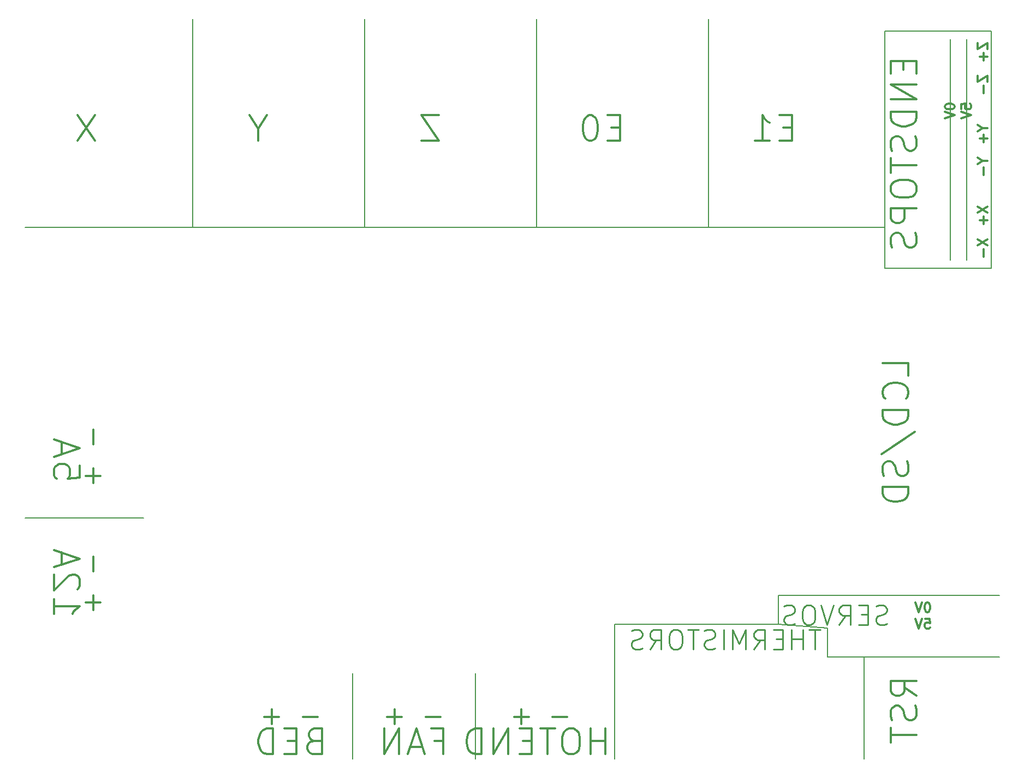
<source format=gbr>
G04 #@! TF.GenerationSoftware,KiCad,Pcbnew,(5.0.2)-1*
G04 #@! TF.CreationDate,2019-02-04T13:01:01-08:00*
G04 #@! TF.ProjectId,samsamps,73616d73-616d-4707-932e-6b696361645f,rev?*
G04 #@! TF.SameCoordinates,Original*
G04 #@! TF.FileFunction,Legend,Bot*
G04 #@! TF.FilePolarity,Positive*
%FSLAX46Y46*%
G04 Gerber Fmt 4.6, Leading zero omitted, Abs format (unit mm)*
G04 Created by KiCad (PCBNEW (5.0.2)-1) date 2/4/2019 1:01:01 PM*
%MOMM*%
%LPD*%
G01*
G04 APERTURE LIST*
%ADD10C,0.300000*%
%ADD11C,0.150000*%
%ADD12C,0.250000*%
G04 APERTURE END LIST*
D10*
X214534523Y-87123095D02*
X214534523Y-85218333D01*
X210534523Y-85218333D01*
X214153571Y-90742142D02*
X214344047Y-90551666D01*
X214534523Y-89980238D01*
X214534523Y-89599285D01*
X214344047Y-89027857D01*
X213963095Y-88646904D01*
X213582142Y-88456428D01*
X212820238Y-88265952D01*
X212248809Y-88265952D01*
X211486904Y-88456428D01*
X211105952Y-88646904D01*
X210725000Y-89027857D01*
X210534523Y-89599285D01*
X210534523Y-89980238D01*
X210725000Y-90551666D01*
X210915476Y-90742142D01*
X214534523Y-92456428D02*
X210534523Y-92456428D01*
X210534523Y-93408809D01*
X210725000Y-93980238D01*
X211105952Y-94361190D01*
X211486904Y-94551666D01*
X212248809Y-94742142D01*
X212820238Y-94742142D01*
X213582142Y-94551666D01*
X213963095Y-94361190D01*
X214344047Y-93980238D01*
X214534523Y-93408809D01*
X214534523Y-92456428D01*
X210344047Y-99313571D02*
X215486904Y-95885000D01*
X214344047Y-100456428D02*
X214534523Y-101027857D01*
X214534523Y-101980238D01*
X214344047Y-102361190D01*
X214153571Y-102551666D01*
X213772619Y-102742142D01*
X213391666Y-102742142D01*
X213010714Y-102551666D01*
X212820238Y-102361190D01*
X212629761Y-101980238D01*
X212439285Y-101218333D01*
X212248809Y-100837380D01*
X212058333Y-100646904D01*
X211677380Y-100456428D01*
X211296428Y-100456428D01*
X210915476Y-100646904D01*
X210725000Y-100837380D01*
X210534523Y-101218333D01*
X210534523Y-102170714D01*
X210725000Y-102742142D01*
X214534523Y-104456428D02*
X210534523Y-104456428D01*
X210534523Y-105408809D01*
X210725000Y-105980238D01*
X211105952Y-106361190D01*
X211486904Y-106551666D01*
X212248809Y-106742142D01*
X212820238Y-106742142D01*
X213582142Y-106551666D01*
X213963095Y-106361190D01*
X214344047Y-105980238D01*
X214534523Y-105408809D01*
X214534523Y-104456428D01*
D11*
X103505000Y-31750000D02*
X103505000Y-64135000D01*
X130175000Y-31750000D02*
X130175000Y-64135000D01*
X156845000Y-31750000D02*
X156845000Y-64135000D01*
X183515000Y-64135000D02*
X183515000Y-31750000D01*
X77470000Y-64135000D02*
X210820000Y-64135000D01*
D10*
X196436904Y-48609285D02*
X195103571Y-48609285D01*
X194532142Y-50704523D02*
X196436904Y-50704523D01*
X196436904Y-46704523D01*
X194532142Y-46704523D01*
X190722619Y-50704523D02*
X193008333Y-50704523D01*
X191865476Y-50704523D02*
X191865476Y-46704523D01*
X192246428Y-47275952D01*
X192627380Y-47656904D01*
X193008333Y-47847380D01*
X169766904Y-48609285D02*
X168433571Y-48609285D01*
X167862142Y-50704523D02*
X169766904Y-50704523D01*
X169766904Y-46704523D01*
X167862142Y-46704523D01*
X165385952Y-46704523D02*
X165005000Y-46704523D01*
X164624047Y-46895000D01*
X164433571Y-47085476D01*
X164243095Y-47466428D01*
X164052619Y-48228333D01*
X164052619Y-49180714D01*
X164243095Y-49942619D01*
X164433571Y-50323571D01*
X164624047Y-50514047D01*
X165005000Y-50704523D01*
X165385952Y-50704523D01*
X165766904Y-50514047D01*
X165957380Y-50323571D01*
X166147857Y-49942619D01*
X166338333Y-49180714D01*
X166338333Y-48228333D01*
X166147857Y-47466428D01*
X165957380Y-47085476D01*
X165766904Y-46895000D01*
X165385952Y-46704523D01*
X141668333Y-46704523D02*
X139001666Y-46704523D01*
X141668333Y-50704523D01*
X139001666Y-50704523D01*
X113665000Y-48799761D02*
X113665000Y-50704523D01*
X114998333Y-46704523D02*
X113665000Y-48799761D01*
X112331666Y-46704523D01*
X88328333Y-46704523D02*
X85661666Y-50704523D01*
X85661666Y-46704523D02*
X88328333Y-50704523D01*
D11*
X95885000Y-109220000D02*
X77470000Y-109220000D01*
X147320000Y-146685000D02*
X147320000Y-133350000D01*
X128270000Y-146685000D02*
X128270000Y-133350000D01*
D10*
X215804523Y-136874523D02*
X213899761Y-135541190D01*
X215804523Y-134588809D02*
X211804523Y-134588809D01*
X211804523Y-136112619D01*
X211995000Y-136493571D01*
X212185476Y-136684047D01*
X212566428Y-136874523D01*
X213137857Y-136874523D01*
X213518809Y-136684047D01*
X213709285Y-136493571D01*
X213899761Y-136112619D01*
X213899761Y-134588809D01*
X215614047Y-138398333D02*
X215804523Y-138969761D01*
X215804523Y-139922142D01*
X215614047Y-140303095D01*
X215423571Y-140493571D01*
X215042619Y-140684047D01*
X214661666Y-140684047D01*
X214280714Y-140493571D01*
X214090238Y-140303095D01*
X213899761Y-139922142D01*
X213709285Y-139160238D01*
X213518809Y-138779285D01*
X213328333Y-138588809D01*
X212947380Y-138398333D01*
X212566428Y-138398333D01*
X212185476Y-138588809D01*
X211995000Y-138779285D01*
X211804523Y-139160238D01*
X211804523Y-140112619D01*
X211995000Y-140684047D01*
X211804523Y-141826904D02*
X211804523Y-144112619D01*
X215804523Y-142969761D02*
X211804523Y-142969761D01*
D11*
X194310000Y-125730000D02*
X168910000Y-125730000D01*
D10*
X217102857Y-124908571D02*
X217817142Y-124908571D01*
X217888571Y-125622857D01*
X217817142Y-125551428D01*
X217674285Y-125480000D01*
X217317142Y-125480000D01*
X217174285Y-125551428D01*
X217102857Y-125622857D01*
X217031428Y-125765714D01*
X217031428Y-126122857D01*
X217102857Y-126265714D01*
X217174285Y-126337142D01*
X217317142Y-126408571D01*
X217674285Y-126408571D01*
X217817142Y-126337142D01*
X217888571Y-126265714D01*
X216602857Y-124908571D02*
X216102857Y-126408571D01*
X215602857Y-124908571D01*
X217531428Y-122368571D02*
X217388571Y-122368571D01*
X217245714Y-122440000D01*
X217174285Y-122511428D01*
X217102857Y-122654285D01*
X217031428Y-122940000D01*
X217031428Y-123297142D01*
X217102857Y-123582857D01*
X217174285Y-123725714D01*
X217245714Y-123797142D01*
X217388571Y-123868571D01*
X217531428Y-123868571D01*
X217674285Y-123797142D01*
X217745714Y-123725714D01*
X217817142Y-123582857D01*
X217888571Y-123297142D01*
X217888571Y-122940000D01*
X217817142Y-122654285D01*
X217745714Y-122511428D01*
X217674285Y-122440000D01*
X217531428Y-122368571D01*
X216602857Y-122368571D02*
X216102857Y-123868571D01*
X215602857Y-122368571D01*
D11*
X194310000Y-121285000D02*
X228600000Y-121285000D01*
X194310000Y-125730000D02*
X194310000Y-121285000D01*
D12*
X211200000Y-125674285D02*
X210771428Y-125817142D01*
X210057142Y-125817142D01*
X209771428Y-125674285D01*
X209628571Y-125531428D01*
X209485714Y-125245714D01*
X209485714Y-124960000D01*
X209628571Y-124674285D01*
X209771428Y-124531428D01*
X210057142Y-124388571D01*
X210628571Y-124245714D01*
X210914285Y-124102857D01*
X211057142Y-123960000D01*
X211200000Y-123674285D01*
X211200000Y-123388571D01*
X211057142Y-123102857D01*
X210914285Y-122960000D01*
X210628571Y-122817142D01*
X209914285Y-122817142D01*
X209485714Y-122960000D01*
X208200000Y-124245714D02*
X207200000Y-124245714D01*
X206771428Y-125817142D02*
X208200000Y-125817142D01*
X208200000Y-122817142D01*
X206771428Y-122817142D01*
X203771428Y-125817142D02*
X204771428Y-124388571D01*
X205485714Y-125817142D02*
X205485714Y-122817142D01*
X204342857Y-122817142D01*
X204057142Y-122960000D01*
X203914285Y-123102857D01*
X203771428Y-123388571D01*
X203771428Y-123817142D01*
X203914285Y-124102857D01*
X204057142Y-124245714D01*
X204342857Y-124388571D01*
X205485714Y-124388571D01*
X202914285Y-122817142D02*
X201914285Y-125817142D01*
X200914285Y-122817142D01*
X199342857Y-122817142D02*
X198771428Y-122817142D01*
X198485714Y-122960000D01*
X198200000Y-123245714D01*
X198057142Y-123817142D01*
X198057142Y-124817142D01*
X198200000Y-125388571D01*
X198485714Y-125674285D01*
X198771428Y-125817142D01*
X199342857Y-125817142D01*
X199628571Y-125674285D01*
X199914285Y-125388571D01*
X200057142Y-124817142D01*
X200057142Y-123817142D01*
X199914285Y-123245714D01*
X199628571Y-122960000D01*
X199342857Y-122817142D01*
X196914285Y-125674285D02*
X196485714Y-125817142D01*
X195771428Y-125817142D01*
X195485714Y-125674285D01*
X195342857Y-125531428D01*
X195200000Y-125245714D01*
X195200000Y-124960000D01*
X195342857Y-124674285D01*
X195485714Y-124531428D01*
X195771428Y-124388571D01*
X196342857Y-124245714D01*
X196628571Y-124102857D01*
X196771428Y-123960000D01*
X196914285Y-123674285D01*
X196914285Y-123388571D01*
X196771428Y-123102857D01*
X196628571Y-122960000D01*
X196342857Y-122817142D01*
X195628571Y-122817142D01*
X195200000Y-122960000D01*
D11*
X201930000Y-130810000D02*
X201930000Y-126365000D01*
X207645000Y-130810000D02*
X201930000Y-130810000D01*
X207645000Y-130810000D02*
X228600000Y-130810000D01*
X207645000Y-130810000D02*
X207645000Y-146685000D01*
X194310000Y-125730000D02*
X201930000Y-126365000D01*
X168910000Y-146685000D02*
X168910000Y-125730000D01*
D12*
X200840714Y-126627142D02*
X199126428Y-126627142D01*
X199983571Y-129627142D02*
X199983571Y-126627142D01*
X198126428Y-129627142D02*
X198126428Y-126627142D01*
X198126428Y-128055714D02*
X196412142Y-128055714D01*
X196412142Y-129627142D02*
X196412142Y-126627142D01*
X194983571Y-128055714D02*
X193983571Y-128055714D01*
X193555000Y-129627142D02*
X194983571Y-129627142D01*
X194983571Y-126627142D01*
X193555000Y-126627142D01*
X190555000Y-129627142D02*
X191555000Y-128198571D01*
X192269285Y-129627142D02*
X192269285Y-126627142D01*
X191126428Y-126627142D01*
X190840714Y-126770000D01*
X190697857Y-126912857D01*
X190555000Y-127198571D01*
X190555000Y-127627142D01*
X190697857Y-127912857D01*
X190840714Y-128055714D01*
X191126428Y-128198571D01*
X192269285Y-128198571D01*
X189269285Y-129627142D02*
X189269285Y-126627142D01*
X188269285Y-128770000D01*
X187269285Y-126627142D01*
X187269285Y-129627142D01*
X185840714Y-129627142D02*
X185840714Y-126627142D01*
X184555000Y-129484285D02*
X184126428Y-129627142D01*
X183412142Y-129627142D01*
X183126428Y-129484285D01*
X182983571Y-129341428D01*
X182840714Y-129055714D01*
X182840714Y-128770000D01*
X182983571Y-128484285D01*
X183126428Y-128341428D01*
X183412142Y-128198571D01*
X183983571Y-128055714D01*
X184269285Y-127912857D01*
X184412142Y-127770000D01*
X184555000Y-127484285D01*
X184555000Y-127198571D01*
X184412142Y-126912857D01*
X184269285Y-126770000D01*
X183983571Y-126627142D01*
X183269285Y-126627142D01*
X182840714Y-126770000D01*
X181983571Y-126627142D02*
X180269285Y-126627142D01*
X181126428Y-129627142D02*
X181126428Y-126627142D01*
X178697857Y-126627142D02*
X178126428Y-126627142D01*
X177840714Y-126770000D01*
X177555000Y-127055714D01*
X177412142Y-127627142D01*
X177412142Y-128627142D01*
X177555000Y-129198571D01*
X177840714Y-129484285D01*
X178126428Y-129627142D01*
X178697857Y-129627142D01*
X178983571Y-129484285D01*
X179269285Y-129198571D01*
X179412142Y-128627142D01*
X179412142Y-127627142D01*
X179269285Y-127055714D01*
X178983571Y-126770000D01*
X178697857Y-126627142D01*
X174412142Y-129627142D02*
X175412142Y-128198571D01*
X176126428Y-129627142D02*
X176126428Y-126627142D01*
X174983571Y-126627142D01*
X174697857Y-126770000D01*
X174555000Y-126912857D01*
X174412142Y-127198571D01*
X174412142Y-127627142D01*
X174555000Y-127912857D01*
X174697857Y-128055714D01*
X174983571Y-128198571D01*
X176126428Y-128198571D01*
X173269285Y-129484285D02*
X172840714Y-129627142D01*
X172126428Y-129627142D01*
X171840714Y-129484285D01*
X171697857Y-129341428D01*
X171555000Y-129055714D01*
X171555000Y-128770000D01*
X171697857Y-128484285D01*
X171840714Y-128341428D01*
X172126428Y-128198571D01*
X172697857Y-128055714D01*
X172983571Y-127912857D01*
X173126428Y-127770000D01*
X173269285Y-127484285D01*
X173269285Y-127198571D01*
X173126428Y-126912857D01*
X172983571Y-126770000D01*
X172697857Y-126627142D01*
X171983571Y-126627142D01*
X171555000Y-126770000D01*
D10*
X153337142Y-140120714D02*
X155622857Y-140120714D01*
X154480000Y-138977857D02*
X154480000Y-141263571D01*
X159337142Y-140120714D02*
X161622857Y-140120714D01*
X133652142Y-140120714D02*
X135937857Y-140120714D01*
X134795000Y-138977857D02*
X134795000Y-141263571D01*
X139652142Y-140120714D02*
X141937857Y-140120714D01*
X114602142Y-140120714D02*
X116887857Y-140120714D01*
X115745000Y-138977857D02*
X115745000Y-141263571D01*
X120602142Y-140120714D02*
X122887857Y-140120714D01*
X167511666Y-145954523D02*
X167511666Y-141954523D01*
X167511666Y-143859285D02*
X165225952Y-143859285D01*
X165225952Y-145954523D02*
X165225952Y-141954523D01*
X162559285Y-141954523D02*
X161797380Y-141954523D01*
X161416428Y-142145000D01*
X161035476Y-142525952D01*
X160845000Y-143287857D01*
X160845000Y-144621190D01*
X161035476Y-145383095D01*
X161416428Y-145764047D01*
X161797380Y-145954523D01*
X162559285Y-145954523D01*
X162940238Y-145764047D01*
X163321190Y-145383095D01*
X163511666Y-144621190D01*
X163511666Y-143287857D01*
X163321190Y-142525952D01*
X162940238Y-142145000D01*
X162559285Y-141954523D01*
X159702142Y-141954523D02*
X157416428Y-141954523D01*
X158559285Y-145954523D02*
X158559285Y-141954523D01*
X156083095Y-143859285D02*
X154749761Y-143859285D01*
X154178333Y-145954523D02*
X156083095Y-145954523D01*
X156083095Y-141954523D01*
X154178333Y-141954523D01*
X152464047Y-145954523D02*
X152464047Y-141954523D01*
X150178333Y-145954523D01*
X150178333Y-141954523D01*
X148273571Y-145954523D02*
X148273571Y-141954523D01*
X147321190Y-141954523D01*
X146749761Y-142145000D01*
X146368809Y-142525952D01*
X146178333Y-142906904D01*
X145987857Y-143668809D01*
X145987857Y-144240238D01*
X146178333Y-145002142D01*
X146368809Y-145383095D01*
X146749761Y-145764047D01*
X147321190Y-145954523D01*
X148273571Y-145954523D01*
X141033095Y-143859285D02*
X142366428Y-143859285D01*
X142366428Y-145954523D02*
X142366428Y-141954523D01*
X140461666Y-141954523D01*
X139128333Y-144811666D02*
X137223571Y-144811666D01*
X139509285Y-145954523D02*
X138175952Y-141954523D01*
X136842619Y-145954523D01*
X135509285Y-145954523D02*
X135509285Y-141954523D01*
X133223571Y-145954523D01*
X133223571Y-141954523D01*
X122268809Y-143859285D02*
X121697380Y-144049761D01*
X121506904Y-144240238D01*
X121316428Y-144621190D01*
X121316428Y-145192619D01*
X121506904Y-145573571D01*
X121697380Y-145764047D01*
X122078333Y-145954523D01*
X123602142Y-145954523D01*
X123602142Y-141954523D01*
X122268809Y-141954523D01*
X121887857Y-142145000D01*
X121697380Y-142335476D01*
X121506904Y-142716428D01*
X121506904Y-143097380D01*
X121697380Y-143478333D01*
X121887857Y-143668809D01*
X122268809Y-143859285D01*
X123602142Y-143859285D01*
X119602142Y-143859285D02*
X118268809Y-143859285D01*
X117697380Y-145954523D02*
X119602142Y-145954523D01*
X119602142Y-141954523D01*
X117697380Y-141954523D01*
X115983095Y-145954523D02*
X115983095Y-141954523D01*
X115030714Y-141954523D01*
X114459285Y-142145000D01*
X114078333Y-142525952D01*
X113887857Y-142906904D01*
X113697380Y-143668809D01*
X113697380Y-144240238D01*
X113887857Y-145002142D01*
X114078333Y-145383095D01*
X114459285Y-145764047D01*
X115030714Y-145954523D01*
X115983095Y-145954523D01*
X88050714Y-123522857D02*
X88050714Y-121237142D01*
X86907857Y-122380000D02*
X89193571Y-122380000D01*
X88050714Y-117522857D02*
X88050714Y-115237142D01*
X82010476Y-121856190D02*
X82010476Y-124141904D01*
X82010476Y-122999047D02*
X86010476Y-122999047D01*
X85439047Y-123380000D01*
X85058095Y-123760952D01*
X84867619Y-124141904D01*
X85629523Y-120332380D02*
X85820000Y-120141904D01*
X86010476Y-119760952D01*
X86010476Y-118808571D01*
X85820000Y-118427619D01*
X85629523Y-118237142D01*
X85248571Y-118046666D01*
X84867619Y-118046666D01*
X84296190Y-118237142D01*
X82010476Y-120522857D01*
X82010476Y-118046666D01*
X83153333Y-116522857D02*
X83153333Y-114618095D01*
X82010476Y-116903809D02*
X86010476Y-115570476D01*
X82010476Y-114237142D01*
X88050714Y-103837857D02*
X88050714Y-101552142D01*
X86907857Y-102695000D02*
X89193571Y-102695000D01*
X88050714Y-97837857D02*
X88050714Y-95552142D01*
X86010476Y-101091904D02*
X86010476Y-102996666D01*
X84105714Y-103187142D01*
X84296190Y-102996666D01*
X84486666Y-102615714D01*
X84486666Y-101663333D01*
X84296190Y-101282380D01*
X84105714Y-101091904D01*
X83724761Y-100901428D01*
X82772380Y-100901428D01*
X82391428Y-101091904D01*
X82200952Y-101282380D01*
X82010476Y-101663333D01*
X82010476Y-102615714D01*
X82200952Y-102996666D01*
X82391428Y-103187142D01*
X83153333Y-99377619D02*
X83153333Y-97472857D01*
X82010476Y-99758571D02*
X86010476Y-98425238D01*
X82010476Y-97091904D01*
D11*
X220980000Y-34925000D02*
X220980000Y-69215000D01*
X223520000Y-34925000D02*
X223520000Y-69215000D01*
D10*
X222698571Y-45716428D02*
X222698571Y-45002142D01*
X223412857Y-44930714D01*
X223341428Y-45002142D01*
X223270000Y-45145000D01*
X223270000Y-45502142D01*
X223341428Y-45645000D01*
X223412857Y-45716428D01*
X223555714Y-45787857D01*
X223912857Y-45787857D01*
X224055714Y-45716428D01*
X224127142Y-45645000D01*
X224198571Y-45502142D01*
X224198571Y-45145000D01*
X224127142Y-45002142D01*
X224055714Y-44930714D01*
X222698571Y-46216428D02*
X224198571Y-46716428D01*
X222698571Y-47216428D01*
X220158571Y-45287857D02*
X220158571Y-45430714D01*
X220230000Y-45573571D01*
X220301428Y-45645000D01*
X220444285Y-45716428D01*
X220730000Y-45787857D01*
X221087142Y-45787857D01*
X221372857Y-45716428D01*
X221515714Y-45645000D01*
X221587142Y-45573571D01*
X221658571Y-45430714D01*
X221658571Y-45287857D01*
X221587142Y-45145000D01*
X221515714Y-45073571D01*
X221372857Y-45002142D01*
X221087142Y-44930714D01*
X220730000Y-44930714D01*
X220444285Y-45002142D01*
X220301428Y-45073571D01*
X220230000Y-45145000D01*
X220158571Y-45287857D01*
X220158571Y-46216428D02*
X221658571Y-46716428D01*
X220158571Y-47216428D01*
X225238571Y-35468571D02*
X225238571Y-36468571D01*
X226738571Y-35468571D01*
X226738571Y-36468571D01*
X226167142Y-37040000D02*
X226167142Y-38182857D01*
X226738571Y-37611428D02*
X225595714Y-37611428D01*
X225238571Y-40548571D02*
X225238571Y-41548571D01*
X226738571Y-40548571D01*
X226738571Y-41548571D01*
X226167142Y-42120000D02*
X226167142Y-43262857D01*
X226024285Y-48740000D02*
X226738571Y-48740000D01*
X225238571Y-48240000D02*
X226024285Y-48740000D01*
X225238571Y-49240000D01*
X226167142Y-49740000D02*
X226167142Y-50882857D01*
X226738571Y-50311428D02*
X225595714Y-50311428D01*
X226024285Y-53820000D02*
X226738571Y-53820000D01*
X225238571Y-53320000D02*
X226024285Y-53820000D01*
X225238571Y-54320000D01*
X226167142Y-54820000D02*
X226167142Y-55962857D01*
X225238571Y-60868571D02*
X226738571Y-61868571D01*
X225238571Y-61868571D02*
X226738571Y-60868571D01*
X226167142Y-62440000D02*
X226167142Y-63582857D01*
X226738571Y-63011428D02*
X225595714Y-63011428D01*
X225238571Y-65948571D02*
X226738571Y-66948571D01*
X225238571Y-66948571D02*
X226738571Y-65948571D01*
X226167142Y-67520000D02*
X226167142Y-68662857D01*
D11*
X210820000Y-70485000D02*
X210820000Y-33655000D01*
X227330000Y-70485000D02*
X210820000Y-70485000D01*
X227330000Y-33655000D02*
X227330000Y-70485000D01*
X210820000Y-33655000D02*
X227330000Y-33655000D01*
D10*
X213709285Y-38324047D02*
X213709285Y-39657380D01*
X215804523Y-40228809D02*
X215804523Y-38324047D01*
X211804523Y-38324047D01*
X211804523Y-40228809D01*
X215804523Y-41943095D02*
X211804523Y-41943095D01*
X215804523Y-44228809D01*
X211804523Y-44228809D01*
X215804523Y-46133571D02*
X211804523Y-46133571D01*
X211804523Y-47085952D01*
X211995000Y-47657380D01*
X212375952Y-48038333D01*
X212756904Y-48228809D01*
X213518809Y-48419285D01*
X214090238Y-48419285D01*
X214852142Y-48228809D01*
X215233095Y-48038333D01*
X215614047Y-47657380D01*
X215804523Y-47085952D01*
X215804523Y-46133571D01*
X215614047Y-49943095D02*
X215804523Y-50514523D01*
X215804523Y-51466904D01*
X215614047Y-51847857D01*
X215423571Y-52038333D01*
X215042619Y-52228809D01*
X214661666Y-52228809D01*
X214280714Y-52038333D01*
X214090238Y-51847857D01*
X213899761Y-51466904D01*
X213709285Y-50705000D01*
X213518809Y-50324047D01*
X213328333Y-50133571D01*
X212947380Y-49943095D01*
X212566428Y-49943095D01*
X212185476Y-50133571D01*
X211995000Y-50324047D01*
X211804523Y-50705000D01*
X211804523Y-51657380D01*
X211995000Y-52228809D01*
X211804523Y-53371666D02*
X211804523Y-55657380D01*
X215804523Y-54514523D02*
X211804523Y-54514523D01*
X211804523Y-57752619D02*
X211804523Y-58514523D01*
X211995000Y-58895476D01*
X212375952Y-59276428D01*
X213137857Y-59466904D01*
X214471190Y-59466904D01*
X215233095Y-59276428D01*
X215614047Y-58895476D01*
X215804523Y-58514523D01*
X215804523Y-57752619D01*
X215614047Y-57371666D01*
X215233095Y-56990714D01*
X214471190Y-56800238D01*
X213137857Y-56800238D01*
X212375952Y-56990714D01*
X211995000Y-57371666D01*
X211804523Y-57752619D01*
X215804523Y-61181190D02*
X211804523Y-61181190D01*
X211804523Y-62705000D01*
X211995000Y-63085952D01*
X212185476Y-63276428D01*
X212566428Y-63466904D01*
X213137857Y-63466904D01*
X213518809Y-63276428D01*
X213709285Y-63085952D01*
X213899761Y-62705000D01*
X213899761Y-61181190D01*
X215614047Y-64990714D02*
X215804523Y-65562142D01*
X215804523Y-66514523D01*
X215614047Y-66895476D01*
X215423571Y-67085952D01*
X215042619Y-67276428D01*
X214661666Y-67276428D01*
X214280714Y-67085952D01*
X214090238Y-66895476D01*
X213899761Y-66514523D01*
X213709285Y-65752619D01*
X213518809Y-65371666D01*
X213328333Y-65181190D01*
X212947380Y-64990714D01*
X212566428Y-64990714D01*
X212185476Y-65181190D01*
X211995000Y-65371666D01*
X211804523Y-65752619D01*
X211804523Y-66705000D01*
X211995000Y-67276428D01*
M02*

</source>
